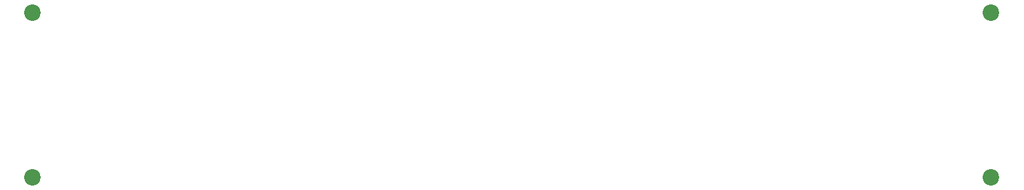
<source format=gbr>
%TF.GenerationSoftware,Altium Limited,Altium Designer,23.4.1 (23)*%
G04 Layer_Color=0*
%FSLAX44Y44*%
%MOMM*%
%TF.SameCoordinates,691261D2-1884-439D-B531-122D69197680*%
%TF.FilePolarity,Positive*%
%TF.FileFunction,NonPlated,1,2,NPTH,Drill*%
%TF.Part,Single*%
G01*
G75*
%TA.AperFunction,OtherDrill,Pad Free-M2 (137.6mm,27.34mm)*%
%ADD19C,2.2000*%
%TA.AperFunction,OtherDrill,Pad Free-M2 (10mm,5.34mm)*%
%ADD20C,2.2000*%
%TA.AperFunction,OtherDrill,Pad Free-M2 (10mm,27.34mm)*%
%ADD21C,2.2000*%
%TA.AperFunction,OtherDrill,Pad Free-M2 (137.6mm,5.34mm)*%
%ADD22C,2.2000*%
D19*
X1376000Y273400D02*
D03*
D20*
X100000Y53400D02*
D03*
D21*
Y273400D02*
D03*
D22*
X1376000Y53400D02*
D03*
%TF.MD5,3b9b7c9920d4bea8823a9be79e57f658*%
M02*

</source>
